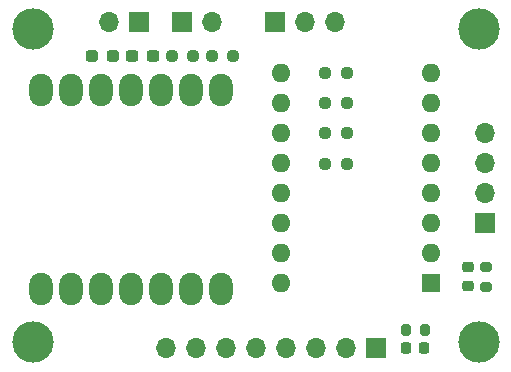
<source format=gbr>
%TF.GenerationSoftware,KiCad,Pcbnew,7.0.5*%
%TF.CreationDate,2023-07-11T15:30:59-04:00*%
%TF.ProjectId,StepperMotor_module_V2_XIAO_RP2040,53746570-7065-4724-9d6f-746f725f6d6f,rev?*%
%TF.SameCoordinates,Original*%
%TF.FileFunction,Soldermask,Top*%
%TF.FilePolarity,Negative*%
%FSLAX46Y46*%
G04 Gerber Fmt 4.6, Leading zero omitted, Abs format (unit mm)*
G04 Created by KiCad (PCBNEW 7.0.5) date 2023-07-11 15:30:59*
%MOMM*%
%LPD*%
G01*
G04 APERTURE LIST*
G04 Aperture macros list*
%AMRoundRect*
0 Rectangle with rounded corners*
0 $1 Rounding radius*
0 $2 $3 $4 $5 $6 $7 $8 $9 X,Y pos of 4 corners*
0 Add a 4 corners polygon primitive as box body*
4,1,4,$2,$3,$4,$5,$6,$7,$8,$9,$2,$3,0*
0 Add four circle primitives for the rounded corners*
1,1,$1+$1,$2,$3*
1,1,$1+$1,$4,$5*
1,1,$1+$1,$6,$7*
1,1,$1+$1,$8,$9*
0 Add four rect primitives between the rounded corners*
20,1,$1+$1,$2,$3,$4,$5,0*
20,1,$1+$1,$4,$5,$6,$7,0*
20,1,$1+$1,$6,$7,$8,$9,0*
20,1,$1+$1,$8,$9,$2,$3,0*%
G04 Aperture macros list end*
%ADD10R,1.700000X1.700000*%
%ADD11O,1.700000X1.700000*%
%ADD12RoundRect,0.237500X0.250000X0.237500X-0.250000X0.237500X-0.250000X-0.237500X0.250000X-0.237500X0*%
%ADD13RoundRect,1.000000X0.000000X-0.375000X0.000000X0.375000X0.000000X0.375000X0.000000X-0.375000X0*%
%ADD14RoundRect,0.237500X-0.250000X-0.237500X0.250000X-0.237500X0.250000X0.237500X-0.250000X0.237500X0*%
%ADD15C,3.500000*%
%ADD16RoundRect,0.218750X0.256250X-0.218750X0.256250X0.218750X-0.256250X0.218750X-0.256250X-0.218750X0*%
%ADD17R,1.600000X1.600000*%
%ADD18O,1.600000X1.600000*%
%ADD19RoundRect,0.237500X-0.287500X-0.237500X0.287500X-0.237500X0.287500X0.237500X-0.287500X0.237500X0*%
%ADD20RoundRect,0.200000X0.200000X0.275000X-0.200000X0.275000X-0.200000X-0.275000X0.200000X-0.275000X0*%
%ADD21RoundRect,0.200000X0.275000X-0.200000X0.275000X0.200000X-0.275000X0.200000X-0.275000X-0.200000X0*%
%ADD22RoundRect,0.218750X0.218750X0.256250X-0.218750X0.256250X-0.218750X-0.256250X0.218750X-0.256250X0*%
%ADD23RoundRect,0.237500X0.300000X0.237500X-0.300000X0.237500X-0.300000X-0.237500X0.300000X-0.237500X0*%
G04 APERTURE END LIST*
D10*
%TO.C,J1*%
X153780000Y-87500000D03*
D11*
X151240000Y-87500000D03*
X148700000Y-87500000D03*
X146160000Y-87500000D03*
X143620000Y-87500000D03*
X141080000Y-87500000D03*
X138540000Y-87500000D03*
X136000000Y-87500000D03*
%TD*%
D12*
%TO.C,R11*%
X141712500Y-62750000D03*
X139887500Y-62750000D03*
%TD*%
D10*
%TO.C,J3*%
X145260000Y-59900000D03*
D11*
X147800000Y-59900000D03*
X150340000Y-59900000D03*
%TD*%
D13*
%TO.C,U1*%
X125399250Y-82460500D03*
X127939250Y-82460500D03*
X130479250Y-82460500D03*
X133019250Y-82460500D03*
X135559250Y-82460500D03*
X138099250Y-82460500D03*
X140639250Y-82460500D03*
X140639250Y-65660500D03*
X138099250Y-65660500D03*
X135559250Y-65660500D03*
X133019250Y-65660500D03*
X130479250Y-65660500D03*
X127939250Y-65660500D03*
X125399250Y-65660500D03*
%TD*%
D14*
%TO.C,R1*%
X149487500Y-64200000D03*
X151312500Y-64200000D03*
%TD*%
D15*
%TO.C,H3*%
X162500000Y-87000000D03*
%TD*%
D14*
%TO.C,R12*%
X136504166Y-62750000D03*
X138329166Y-62750000D03*
%TD*%
D10*
%TO.C,J7*%
X137340000Y-59900000D03*
D11*
X139880000Y-59900000D03*
%TD*%
D14*
%TO.C,R4*%
X149487500Y-71850000D03*
X151312500Y-71850000D03*
%TD*%
D16*
%TO.C,D1*%
X161566667Y-82187500D03*
X161566667Y-80612500D03*
%TD*%
D17*
%TO.C,A1*%
X158500000Y-82000000D03*
D18*
X158500000Y-79460000D03*
X158500000Y-76920000D03*
X158500000Y-74380000D03*
X158500000Y-71840000D03*
X158500000Y-69300000D03*
X158500000Y-66760000D03*
X158500000Y-64220000D03*
X145800000Y-64220000D03*
X145800000Y-66760000D03*
X145800000Y-69300000D03*
X145800000Y-71840000D03*
X145800000Y-74380000D03*
X145800000Y-76920000D03*
X145800000Y-79460000D03*
X145800000Y-82000000D03*
%TD*%
D19*
%TO.C,D2*%
X129775000Y-62750000D03*
X131525000Y-62750000D03*
%TD*%
D10*
%TO.C,J6*%
X133700000Y-59900000D03*
D11*
X131160000Y-59900000D03*
%TD*%
D20*
%TO.C,R10*%
X157965000Y-85916666D03*
X156315000Y-85916666D03*
%TD*%
D21*
%TO.C,R8*%
X163150000Y-82265000D03*
X163150000Y-80615000D03*
%TD*%
D22*
%TO.C,D4*%
X157887500Y-87500000D03*
X156312500Y-87500000D03*
%TD*%
D15*
%TO.C,H2*%
X124750000Y-60500000D03*
%TD*%
D23*
%TO.C,C2*%
X134895833Y-62750000D03*
X133170833Y-62750000D03*
%TD*%
D15*
%TO.C,H4*%
X162500000Y-60500000D03*
%TD*%
%TO.C,H1*%
X124750000Y-87000000D03*
%TD*%
D14*
%TO.C,R3*%
X149487500Y-69300000D03*
X151312500Y-69300000D03*
%TD*%
D10*
%TO.C,J4*%
X162990000Y-76920000D03*
D11*
X162990000Y-74380000D03*
X162990000Y-71840000D03*
X162990000Y-69300000D03*
%TD*%
D14*
%TO.C,R2*%
X149487500Y-66750000D03*
X151312500Y-66750000D03*
%TD*%
M02*

</source>
